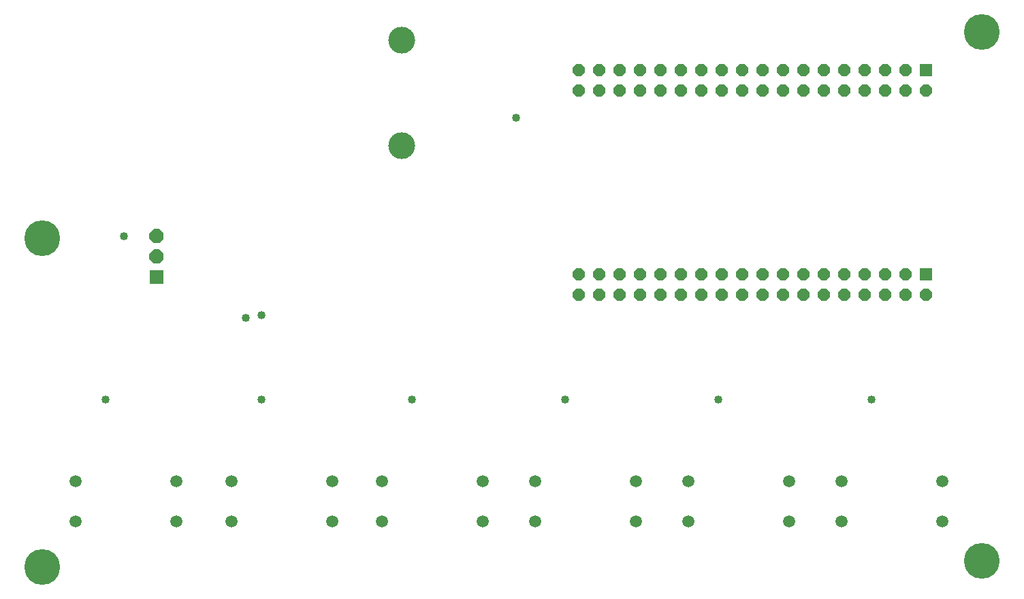
<source format=gbr>
G04 EAGLE Gerber RS-274X export*
G75*
%MOMM*%
%FSLAX34Y34*%
%LPD*%
%INBottom Copper*%
%IPPOS*%
%AMOC8*
5,1,8,0,0,1.08239X$1,22.5*%
G01*
%ADD10P,1.924489X8X202.500000*%
%ADD11R,1.778000X1.778000*%
%ADD12C,1.500000*%
%ADD13R,1.524000X1.524000*%
%ADD14P,1.649562X8X202.500000*%
%ADD15C,3.327400*%
%ADD16C,4.445000*%
%ADD17C,1.016000*%


D10*
X190500Y431800D03*
D11*
X190500Y406400D03*
D10*
X190500Y457200D03*
D12*
X89900Y152000D03*
X89900Y102000D03*
X214900Y152000D03*
X214900Y102000D03*
X283575Y152000D03*
X283575Y102000D03*
X408575Y152000D03*
X408575Y102000D03*
X1042400Y152000D03*
X1042400Y102000D03*
X1167400Y152000D03*
X1167400Y102000D03*
X851900Y152000D03*
X851900Y102000D03*
X976900Y152000D03*
X976900Y102000D03*
D13*
X1147400Y663200D03*
D14*
X1147400Y637800D03*
X1122000Y663200D03*
X1122000Y637800D03*
X1096600Y663200D03*
X1096600Y637800D03*
X1071200Y663200D03*
X1071200Y637800D03*
X1045800Y663200D03*
X1045800Y637800D03*
X1020400Y663200D03*
X1020400Y637800D03*
X995000Y663200D03*
X995000Y637800D03*
X969600Y663200D03*
X969600Y637800D03*
X944200Y663200D03*
X944200Y637800D03*
X918800Y663200D03*
X918800Y637800D03*
X893400Y663200D03*
X893400Y637800D03*
X868000Y663200D03*
X868000Y637800D03*
X842600Y663200D03*
X842600Y637800D03*
X817200Y663200D03*
X817200Y637800D03*
X791800Y663200D03*
X791800Y637800D03*
X766400Y663200D03*
X766400Y637800D03*
X741000Y663200D03*
X741000Y637800D03*
X715600Y663200D03*
X715600Y637800D03*
D13*
X1147400Y409200D03*
D14*
X1147400Y383800D03*
X1122000Y409200D03*
X1122000Y383800D03*
X1096600Y409200D03*
X1096600Y383800D03*
X1071200Y409200D03*
X1071200Y383800D03*
X1045800Y409200D03*
X1045800Y383800D03*
X1020400Y409200D03*
X1020400Y383800D03*
X995000Y409200D03*
X995000Y383800D03*
X969600Y409200D03*
X969600Y383800D03*
X944200Y409200D03*
X944200Y383800D03*
X918800Y409200D03*
X918800Y383800D03*
X893400Y409200D03*
X893400Y383800D03*
X868000Y409200D03*
X868000Y383800D03*
X842600Y409200D03*
X842600Y383800D03*
X817200Y409200D03*
X817200Y383800D03*
X791800Y409200D03*
X791800Y383800D03*
X766400Y409200D03*
X766400Y383800D03*
X741000Y409200D03*
X741000Y383800D03*
X715600Y409200D03*
X715600Y383800D03*
D12*
X661400Y152000D03*
X661400Y102000D03*
X786400Y152000D03*
X786400Y102000D03*
X470900Y152000D03*
X470900Y102000D03*
X595900Y152000D03*
X595900Y102000D03*
D15*
X495300Y569341D03*
X495300Y700659D03*
D16*
X48260Y45720D03*
X48260Y454660D03*
X1216660Y711200D03*
X1216660Y53340D03*
D17*
X149860Y457200D03*
X301625Y355600D03*
X637540Y604520D03*
X127000Y254000D03*
X320675Y254000D03*
X1079500Y254000D03*
X889000Y254000D03*
X698500Y254000D03*
X508000Y254000D03*
X320675Y358775D03*
M02*

</source>
